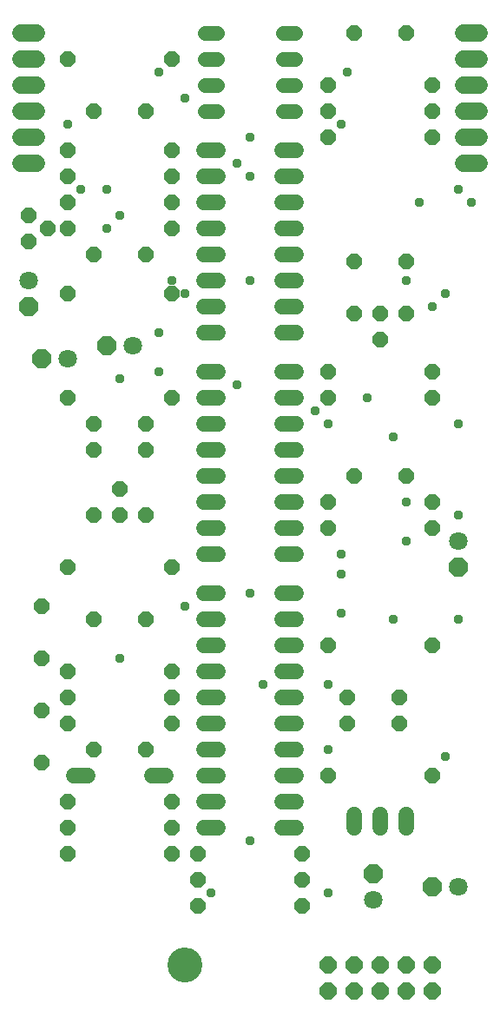
<source format=gts>
G04 EAGLE Gerber RS-274X export*
G75*
%MOMM*%
%FSLAX34Y34*%
%LPD*%
%INSoldermask Top*%
%IPPOS*%
%AMOC8*
5,1,8,0,0,1.08239X$1,22.5*%
G01*
%ADD10C,3.403200*%
%ADD11P,1.951982X8X202.500000*%
%ADD12C,1.803400*%
%ADD13P,1.951982X8X112.500000*%
%ADD14P,1.759533X8X22.500000*%
%ADD15P,1.649562X8X202.500000*%
%ADD16P,1.649562X8X22.500000*%
%ADD17C,1.524000*%
%ADD18P,1.951982X8X292.500000*%
%ADD19P,1.649562X8X292.500000*%
%ADD20C,1.727200*%
%ADD21C,1.411200*%
%ADD22C,0.959600*%


D10*
X177800Y63500D03*
D11*
X419100Y139700D03*
D12*
X444500Y139700D03*
D13*
X361950Y152400D03*
D12*
X361950Y127000D03*
D14*
X317500Y38100D03*
X317500Y63500D03*
X342900Y38100D03*
X342900Y63500D03*
X368300Y38100D03*
X368300Y63500D03*
X393700Y38100D03*
X393700Y63500D03*
X419100Y38100D03*
X419100Y63500D03*
D15*
X165100Y349250D03*
X63500Y349250D03*
D16*
X88900Y400050D03*
X139700Y400050D03*
D15*
X139700Y273050D03*
X88900Y273050D03*
D16*
X393700Y698500D03*
X342900Y698500D03*
X368300Y673100D03*
X368300Y698500D03*
D15*
X419100Y247650D03*
X317500Y247650D03*
X165100Y222250D03*
X63500Y222250D03*
D16*
X317500Y374650D03*
X419100Y374650D03*
D15*
X165100Y298450D03*
X63500Y298450D03*
D16*
X63500Y171450D03*
X165100Y171450D03*
X63500Y196850D03*
X165100Y196850D03*
D15*
X292100Y120650D03*
X190500Y120650D03*
X292100Y171450D03*
X190500Y171450D03*
X165100Y323850D03*
X63500Y323850D03*
X292100Y146050D03*
X190500Y146050D03*
D17*
X196596Y196850D02*
X209804Y196850D01*
X272796Y196850D02*
X286004Y196850D01*
X393700Y196596D02*
X393700Y209804D01*
X342900Y209804D02*
X342900Y196596D01*
X368300Y196596D02*
X368300Y209804D01*
D16*
X63500Y717550D03*
X165100Y717550D03*
X317500Y615950D03*
X419100Y615950D03*
D15*
X387350Y298450D03*
X336550Y298450D03*
D18*
X444500Y450850D03*
D12*
X444500Y476250D03*
D15*
X419100Y488950D03*
X317500Y488950D03*
D16*
X336550Y323850D03*
X387350Y323850D03*
X317500Y514350D03*
X419100Y514350D03*
D11*
X101600Y666750D03*
D12*
X127000Y666750D03*
D16*
X63500Y831850D03*
X165100Y831850D03*
X63500Y806450D03*
X165100Y806450D03*
X63500Y857250D03*
X165100Y857250D03*
X63500Y781050D03*
X165100Y781050D03*
D17*
X159004Y247650D02*
X145796Y247650D01*
X82804Y247650D02*
X69596Y247650D01*
D16*
X317500Y641350D03*
X419100Y641350D03*
X63500Y615950D03*
X165100Y615950D03*
D19*
X38100Y412750D03*
X38100Y361950D03*
X38100Y311150D03*
X38100Y260350D03*
D16*
X342900Y539750D03*
X393700Y539750D03*
D15*
X139700Y755650D03*
X88900Y755650D03*
D11*
X38100Y654050D03*
D12*
X63500Y654050D03*
D17*
X272796Y222250D02*
X286004Y222250D01*
X286004Y247650D02*
X272796Y247650D01*
X272796Y273050D02*
X286004Y273050D01*
X286004Y298450D02*
X272796Y298450D01*
X272796Y323850D02*
X286004Y323850D01*
X286004Y349250D02*
X272796Y349250D01*
X272796Y374650D02*
X286004Y374650D01*
X286004Y400050D02*
X272796Y400050D01*
X272796Y425450D02*
X286004Y425450D01*
X209804Y425450D02*
X196596Y425450D01*
X196596Y400050D02*
X209804Y400050D01*
X209804Y374650D02*
X196596Y374650D01*
X196596Y349250D02*
X209804Y349250D01*
X209804Y323850D02*
X196596Y323850D01*
X196596Y298450D02*
X209804Y298450D01*
X209804Y273050D02*
X196596Y273050D01*
X196596Y247650D02*
X209804Y247650D01*
X209804Y222250D02*
X196596Y222250D01*
D19*
X25400Y793750D03*
X44450Y781050D03*
X25400Y768350D03*
D20*
X449580Y844550D02*
X464820Y844550D01*
X464820Y869950D02*
X449580Y869950D01*
X449580Y895350D02*
X464820Y895350D01*
X464820Y920750D02*
X449580Y920750D01*
X449580Y946150D02*
X464820Y946150D01*
X464820Y971550D02*
X449580Y971550D01*
X33020Y844550D02*
X17780Y844550D01*
X17780Y869950D02*
X33020Y869950D01*
X33020Y895350D02*
X17780Y895350D01*
X17780Y920750D02*
X33020Y920750D01*
X33020Y946150D02*
X17780Y946150D01*
X17780Y971550D02*
X33020Y971550D01*
D21*
X273360Y895350D02*
X285440Y895350D01*
X285440Y920750D02*
X273360Y920750D01*
X273360Y946150D02*
X285440Y946150D01*
X285440Y971550D02*
X273360Y971550D01*
X209240Y971550D02*
X197160Y971550D01*
X197160Y946150D02*
X209240Y946150D01*
X209240Y920750D02*
X197160Y920750D01*
X197160Y895350D02*
X209240Y895350D01*
D15*
X419100Y920750D03*
X317500Y920750D03*
D16*
X63500Y946150D03*
X165100Y946150D03*
D15*
X419100Y895350D03*
X317500Y895350D03*
X419100Y869950D03*
X317500Y869950D03*
X88900Y501650D03*
X139700Y501650D03*
X114300Y527050D03*
X114300Y501650D03*
D16*
X63500Y450850D03*
X165100Y450850D03*
D15*
X139700Y895350D03*
X88900Y895350D03*
D16*
X342900Y971550D03*
X393700Y971550D03*
D17*
X286004Y463550D02*
X272796Y463550D01*
X272796Y488950D02*
X286004Y488950D01*
X286004Y615950D02*
X272796Y615950D01*
X272796Y641350D02*
X286004Y641350D01*
X286004Y514350D02*
X272796Y514350D01*
X272796Y539750D02*
X286004Y539750D01*
X286004Y590550D02*
X272796Y590550D01*
X272796Y565150D02*
X286004Y565150D01*
X209804Y641350D02*
X196596Y641350D01*
X196596Y615950D02*
X209804Y615950D01*
X209804Y590550D02*
X196596Y590550D01*
X196596Y565150D02*
X209804Y565150D01*
X209804Y539750D02*
X196596Y539750D01*
X196596Y514350D02*
X209804Y514350D01*
X209804Y488950D02*
X196596Y488950D01*
X196596Y463550D02*
X209804Y463550D01*
X272796Y679450D02*
X286004Y679450D01*
X286004Y704850D02*
X272796Y704850D01*
X272796Y831850D02*
X286004Y831850D01*
X286004Y857250D02*
X272796Y857250D01*
X272796Y730250D02*
X286004Y730250D01*
X286004Y755650D02*
X272796Y755650D01*
X272796Y806450D02*
X286004Y806450D01*
X286004Y781050D02*
X272796Y781050D01*
X209804Y857250D02*
X196596Y857250D01*
X196596Y831850D02*
X209804Y831850D01*
X209804Y806450D02*
X196596Y806450D01*
X196596Y781050D02*
X209804Y781050D01*
X209804Y755650D02*
X196596Y755650D01*
X196596Y730250D02*
X209804Y730250D01*
X209804Y704850D02*
X196596Y704850D01*
X196596Y679450D02*
X209804Y679450D01*
D16*
X342900Y749300D03*
X393700Y749300D03*
D15*
X139700Y565150D03*
X88900Y565150D03*
X139700Y590550D03*
X88900Y590550D03*
D18*
X25400Y704850D03*
D12*
X25400Y730250D03*
D22*
X336550Y933450D03*
X76200Y819150D03*
X330200Y444500D03*
X330200Y406400D03*
X254000Y336550D03*
X228600Y844550D03*
X228600Y628650D03*
X63500Y882650D03*
X177800Y908050D03*
X152400Y933450D03*
X152400Y679450D03*
X444500Y819150D03*
X444500Y590550D03*
X317500Y590550D03*
X114300Y793750D03*
X114300Y635000D03*
X431800Y717550D03*
X330200Y463550D03*
X330200Y882650D03*
X419100Y704850D03*
X241300Y869950D03*
X457200Y806450D03*
X444500Y501650D03*
X406400Y806450D03*
X444500Y400050D03*
X393700Y476250D03*
X393700Y514350D03*
X203200Y133350D03*
X304800Y603250D03*
X317500Y133350D03*
X317500Y336550D03*
X317500Y273050D03*
X381000Y577850D03*
X381000Y400050D03*
X114300Y361950D03*
X241300Y831850D03*
X241300Y730250D03*
X241300Y425450D03*
X241300Y184150D03*
X177800Y717550D03*
X431800Y266700D03*
X355600Y615950D03*
X165100Y730250D03*
X393700Y730250D03*
X101600Y781050D03*
X101600Y819150D03*
X177800Y412750D03*
X152400Y641350D03*
M02*

</source>
